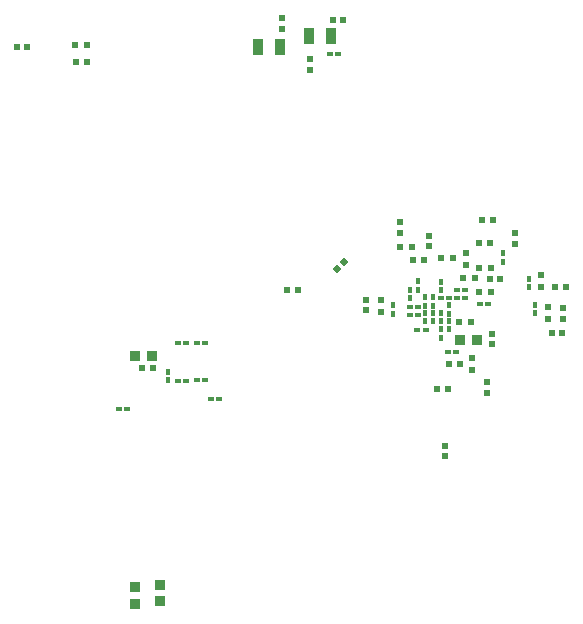
<source format=gbp>
G04*
G04 #@! TF.GenerationSoftware,Altium Limited,Altium Designer,23.0.1 (38)*
G04*
G04 Layer_Color=128*
%FSLAX43Y43*%
%MOMM*%
G71*
G04*
G04 #@! TF.SameCoordinates,05D2ED34-A1BA-4F44-98ED-29CC40A3A522*
G04*
G04*
G04 #@! TF.FilePolarity,Positive*
G04*
G01*
G75*
%ADD20R,0.500X0.500*%
%ADD22R,0.500X0.500*%
%ADD25R,0.500X0.420*%
%ADD29R,0.420X0.500*%
%ADD42P,0.707X4X90.0*%
%ADD46R,0.900X0.900*%
%ADD48R,0.900X0.900*%
%ADD167R,0.950X1.400*%
D20*
X46953Y49603D02*
D03*
Y48603D02*
D03*
X39726Y45576D02*
D03*
Y44576D02*
D03*
X38480Y45630D02*
D03*
Y44730D02*
D03*
X49116Y41856D02*
D03*
Y42756D02*
D03*
X47463Y40663D02*
D03*
Y39663D02*
D03*
X45144Y33288D02*
D03*
Y32388D02*
D03*
X48717Y37736D02*
D03*
Y38636D02*
D03*
X53290Y47710D02*
D03*
Y46710D02*
D03*
X55137Y44013D02*
D03*
Y44913D02*
D03*
X53889Y44004D02*
D03*
Y45004D02*
D03*
X51050Y51288D02*
D03*
Y50388D02*
D03*
X43812Y51049D02*
D03*
Y50149D02*
D03*
X41373Y52218D02*
D03*
Y51318D02*
D03*
X33702Y65080D02*
D03*
Y65980D02*
D03*
X31315Y69491D02*
D03*
Y68591D02*
D03*
D22*
X48068Y48287D02*
D03*
X49068D02*
D03*
X46681Y47438D02*
D03*
X47681D02*
D03*
X44828Y49134D02*
D03*
X45828D02*
D03*
X48948Y50470D02*
D03*
X48048D02*
D03*
X49820Y47401D02*
D03*
X48920D02*
D03*
X48025Y46288D02*
D03*
X49025D02*
D03*
X46327Y43731D02*
D03*
X47327D02*
D03*
X46460Y40186D02*
D03*
X45460D02*
D03*
X44436Y38059D02*
D03*
X45436D02*
D03*
X55076Y42795D02*
D03*
X54176D02*
D03*
X55395Y46736D02*
D03*
X54495D02*
D03*
X49205Y52409D02*
D03*
X48305D02*
D03*
X42404Y48963D02*
D03*
X43404D02*
D03*
X42359Y50089D02*
D03*
X41359D02*
D03*
X36550Y69338D02*
D03*
X35650D02*
D03*
X9800Y67038D02*
D03*
X8900D02*
D03*
X14825Y67163D02*
D03*
X13825D02*
D03*
X14875Y65763D02*
D03*
X13875D02*
D03*
X32693Y46438D02*
D03*
X31792D02*
D03*
X20400Y39888D02*
D03*
X19500D02*
D03*
D25*
X46832Y45769D02*
D03*
X46132D02*
D03*
X46161Y46493D02*
D03*
X46861D02*
D03*
X44818Y45772D02*
D03*
X45518D02*
D03*
X42175Y44341D02*
D03*
X42875D02*
D03*
X42867Y45029D02*
D03*
X42167D02*
D03*
X48115Y45267D02*
D03*
X48815D02*
D03*
X43505Y43084D02*
D03*
X42805D02*
D03*
X45394Y41240D02*
D03*
X46094D02*
D03*
X36075Y66459D02*
D03*
X35375D02*
D03*
X24118Y42004D02*
D03*
X24818D02*
D03*
X23219Y42010D02*
D03*
X22519D02*
D03*
X23215Y38795D02*
D03*
X22515D02*
D03*
X24118Y38800D02*
D03*
X24818D02*
D03*
X26025Y37237D02*
D03*
X25325D02*
D03*
X18268Y36400D02*
D03*
X17568D02*
D03*
D29*
X50021Y49565D02*
D03*
Y48865D02*
D03*
X44177Y44504D02*
D03*
Y43804D02*
D03*
X45462Y44449D02*
D03*
Y45149D02*
D03*
X44177Y45826D02*
D03*
Y45126D02*
D03*
X43480D02*
D03*
Y45826D02*
D03*
Y44504D02*
D03*
Y43804D02*
D03*
X42176Y45759D02*
D03*
Y46459D02*
D03*
X42903Y46485D02*
D03*
Y47185D02*
D03*
X44804Y46450D02*
D03*
Y47150D02*
D03*
X44812Y43804D02*
D03*
Y44504D02*
D03*
X45462Y43876D02*
D03*
Y43176D02*
D03*
X44806Y43131D02*
D03*
Y42431D02*
D03*
X40708Y44454D02*
D03*
Y45154D02*
D03*
X52280Y46726D02*
D03*
Y47426D02*
D03*
X52809Y44488D02*
D03*
Y45188D02*
D03*
X21662Y38801D02*
D03*
Y39501D02*
D03*
D42*
X36603Y48866D02*
D03*
X35966Y48229D02*
D03*
D46*
X18925Y19888D02*
D03*
Y21288D02*
D03*
X20985Y20121D02*
D03*
Y21521D02*
D03*
D48*
X47838Y42188D02*
D03*
X46438D02*
D03*
X18925Y40888D02*
D03*
X20325D02*
D03*
D167*
X33634Y67922D02*
D03*
X35484D02*
D03*
X29328Y66993D02*
D03*
X31178D02*
D03*
M02*

</source>
